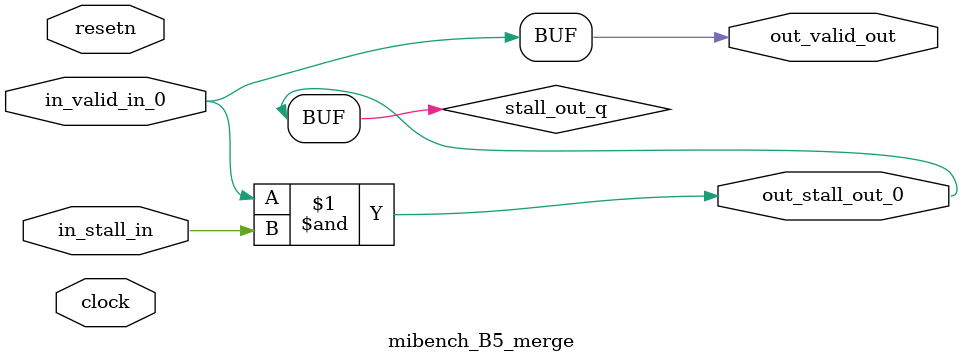
<source format=sv>



(* altera_attribute = "-name AUTO_SHIFT_REGISTER_RECOGNITION OFF; -name MESSAGE_DISABLE 10036; -name MESSAGE_DISABLE 10037; -name MESSAGE_DISABLE 14130; -name MESSAGE_DISABLE 14320; -name MESSAGE_DISABLE 15400; -name MESSAGE_DISABLE 14130; -name MESSAGE_DISABLE 10036; -name MESSAGE_DISABLE 12020; -name MESSAGE_DISABLE 12030; -name MESSAGE_DISABLE 12010; -name MESSAGE_DISABLE 12110; -name MESSAGE_DISABLE 14320; -name MESSAGE_DISABLE 13410; -name MESSAGE_DISABLE 113007; -name MESSAGE_DISABLE 10958" *)
module mibench_B5_merge (
    input wire [0:0] in_stall_in,
    input wire [0:0] in_valid_in_0,
    output wire [0:0] out_stall_out_0,
    output wire [0:0] out_valid_out,
    input wire clock,
    input wire resetn
    );

    wire [0:0] stall_out_q;


    // stall_out(LOGICAL,6)
    assign stall_out_q = in_valid_in_0 & in_stall_in;

    // out_stall_out_0(GPOUT,4)
    assign out_stall_out_0 = stall_out_q;

    // out_valid_out(GPOUT,5)
    assign out_valid_out = in_valid_in_0;

endmodule

</source>
